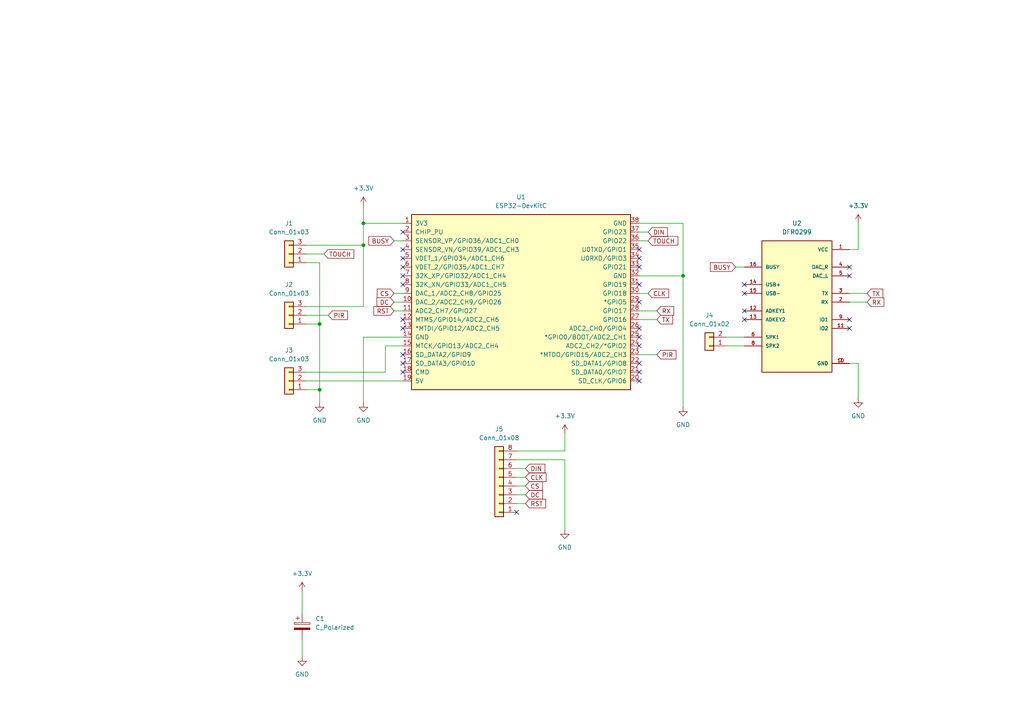
<source format=kicad_sch>
(kicad_sch (version 20211123) (generator eeschema)

  (uuid 6dd2ca5a-143b-4bfe-8d84-1d2591cecfeb)

  (paper "A4")

  (lib_symbols
    (symbol "Connector_Generic:Conn_01x02" (pin_names (offset 1.016) hide) (in_bom yes) (on_board yes)
      (property "Reference" "J" (id 0) (at 0 2.54 0)
        (effects (font (size 1.27 1.27)))
      )
      (property "Value" "Conn_01x02" (id 1) (at 0 -5.08 0)
        (effects (font (size 1.27 1.27)))
      )
      (property "Footprint" "" (id 2) (at 0 0 0)
        (effects (font (size 1.27 1.27)) hide)
      )
      (property "Datasheet" "~" (id 3) (at 0 0 0)
        (effects (font (size 1.27 1.27)) hide)
      )
      (property "ki_keywords" "connector" (id 4) (at 0 0 0)
        (effects (font (size 1.27 1.27)) hide)
      )
      (property "ki_description" "Generic connector, single row, 01x02, script generated (kicad-library-utils/schlib/autogen/connector/)" (id 5) (at 0 0 0)
        (effects (font (size 1.27 1.27)) hide)
      )
      (property "ki_fp_filters" "Connector*:*_1x??_*" (id 6) (at 0 0 0)
        (effects (font (size 1.27 1.27)) hide)
      )
      (symbol "Conn_01x02_1_1"
        (rectangle (start -1.27 -2.413) (end 0 -2.667)
          (stroke (width 0.1524) (type default) (color 0 0 0 0))
          (fill (type none))
        )
        (rectangle (start -1.27 0.127) (end 0 -0.127)
          (stroke (width 0.1524) (type default) (color 0 0 0 0))
          (fill (type none))
        )
        (rectangle (start -1.27 1.27) (end 1.27 -3.81)
          (stroke (width 0.254) (type default) (color 0 0 0 0))
          (fill (type background))
        )
        (pin passive line (at -5.08 0 0) (length 3.81)
          (name "Pin_1" (effects (font (size 1.27 1.27))))
          (number "1" (effects (font (size 1.27 1.27))))
        )
        (pin passive line (at -5.08 -2.54 0) (length 3.81)
          (name "Pin_2" (effects (font (size 1.27 1.27))))
          (number "2" (effects (font (size 1.27 1.27))))
        )
      )
    )
    (symbol "Connector_Generic:Conn_01x03" (pin_names (offset 1.016) hide) (in_bom yes) (on_board yes)
      (property "Reference" "J" (id 0) (at 0 5.08 0)
        (effects (font (size 1.27 1.27)))
      )
      (property "Value" "Conn_01x03" (id 1) (at 0 -5.08 0)
        (effects (font (size 1.27 1.27)))
      )
      (property "Footprint" "" (id 2) (at 0 0 0)
        (effects (font (size 1.27 1.27)) hide)
      )
      (property "Datasheet" "~" (id 3) (at 0 0 0)
        (effects (font (size 1.27 1.27)) hide)
      )
      (property "ki_keywords" "connector" (id 4) (at 0 0 0)
        (effects (font (size 1.27 1.27)) hide)
      )
      (property "ki_description" "Generic connector, single row, 01x03, script generated (kicad-library-utils/schlib/autogen/connector/)" (id 5) (at 0 0 0)
        (effects (font (size 1.27 1.27)) hide)
      )
      (property "ki_fp_filters" "Connector*:*_1x??_*" (id 6) (at 0 0 0)
        (effects (font (size 1.27 1.27)) hide)
      )
      (symbol "Conn_01x03_1_1"
        (rectangle (start -1.27 -2.413) (end 0 -2.667)
          (stroke (width 0.1524) (type default) (color 0 0 0 0))
          (fill (type none))
        )
        (rectangle (start -1.27 0.127) (end 0 -0.127)
          (stroke (width 0.1524) (type default) (color 0 0 0 0))
          (fill (type none))
        )
        (rectangle (start -1.27 2.667) (end 0 2.413)
          (stroke (width 0.1524) (type default) (color 0 0 0 0))
          (fill (type none))
        )
        (rectangle (start -1.27 3.81) (end 1.27 -3.81)
          (stroke (width 0.254) (type default) (color 0 0 0 0))
          (fill (type background))
        )
        (pin passive line (at -5.08 2.54 0) (length 3.81)
          (name "Pin_1" (effects (font (size 1.27 1.27))))
          (number "1" (effects (font (size 1.27 1.27))))
        )
        (pin passive line (at -5.08 0 0) (length 3.81)
          (name "Pin_2" (effects (font (size 1.27 1.27))))
          (number "2" (effects (font (size 1.27 1.27))))
        )
        (pin passive line (at -5.08 -2.54 0) (length 3.81)
          (name "Pin_3" (effects (font (size 1.27 1.27))))
          (number "3" (effects (font (size 1.27 1.27))))
        )
      )
    )
    (symbol "Connector_Generic:Conn_01x08" (pin_names (offset 1.016) hide) (in_bom yes) (on_board yes)
      (property "Reference" "J" (id 0) (at 0 10.16 0)
        (effects (font (size 1.27 1.27)))
      )
      (property "Value" "Conn_01x08" (id 1) (at 0 -12.7 0)
        (effects (font (size 1.27 1.27)))
      )
      (property "Footprint" "" (id 2) (at 0 0 0)
        (effects (font (size 1.27 1.27)) hide)
      )
      (property "Datasheet" "~" (id 3) (at 0 0 0)
        (effects (font (size 1.27 1.27)) hide)
      )
      (property "ki_keywords" "connector" (id 4) (at 0 0 0)
        (effects (font (size 1.27 1.27)) hide)
      )
      (property "ki_description" "Generic connector, single row, 01x08, script generated (kicad-library-utils/schlib/autogen/connector/)" (id 5) (at 0 0 0)
        (effects (font (size 1.27 1.27)) hide)
      )
      (property "ki_fp_filters" "Connector*:*_1x??_*" (id 6) (at 0 0 0)
        (effects (font (size 1.27 1.27)) hide)
      )
      (symbol "Conn_01x08_1_1"
        (rectangle (start -1.27 -10.033) (end 0 -10.287)
          (stroke (width 0.1524) (type default) (color 0 0 0 0))
          (fill (type none))
        )
        (rectangle (start -1.27 -7.493) (end 0 -7.747)
          (stroke (width 0.1524) (type default) (color 0 0 0 0))
          (fill (type none))
        )
        (rectangle (start -1.27 -4.953) (end 0 -5.207)
          (stroke (width 0.1524) (type default) (color 0 0 0 0))
          (fill (type none))
        )
        (rectangle (start -1.27 -2.413) (end 0 -2.667)
          (stroke (width 0.1524) (type default) (color 0 0 0 0))
          (fill (type none))
        )
        (rectangle (start -1.27 0.127) (end 0 -0.127)
          (stroke (width 0.1524) (type default) (color 0 0 0 0))
          (fill (type none))
        )
        (rectangle (start -1.27 2.667) (end 0 2.413)
          (stroke (width 0.1524) (type default) (color 0 0 0 0))
          (fill (type none))
        )
        (rectangle (start -1.27 5.207) (end 0 4.953)
          (stroke (width 0.1524) (type default) (color 0 0 0 0))
          (fill (type none))
        )
        (rectangle (start -1.27 7.747) (end 0 7.493)
          (stroke (width 0.1524) (type default) (color 0 0 0 0))
          (fill (type none))
        )
        (rectangle (start -1.27 8.89) (end 1.27 -11.43)
          (stroke (width 0.254) (type default) (color 0 0 0 0))
          (fill (type background))
        )
        (pin passive line (at -5.08 7.62 0) (length 3.81)
          (name "Pin_1" (effects (font (size 1.27 1.27))))
          (number "1" (effects (font (size 1.27 1.27))))
        )
        (pin passive line (at -5.08 5.08 0) (length 3.81)
          (name "Pin_2" (effects (font (size 1.27 1.27))))
          (number "2" (effects (font (size 1.27 1.27))))
        )
        (pin passive line (at -5.08 2.54 0) (length 3.81)
          (name "Pin_3" (effects (font (size 1.27 1.27))))
          (number "3" (effects (font (size 1.27 1.27))))
        )
        (pin passive line (at -5.08 0 0) (length 3.81)
          (name "Pin_4" (effects (font (size 1.27 1.27))))
          (number "4" (effects (font (size 1.27 1.27))))
        )
        (pin passive line (at -5.08 -2.54 0) (length 3.81)
          (name "Pin_5" (effects (font (size 1.27 1.27))))
          (number "5" (effects (font (size 1.27 1.27))))
        )
        (pin passive line (at -5.08 -5.08 0) (length 3.81)
          (name "Pin_6" (effects (font (size 1.27 1.27))))
          (number "6" (effects (font (size 1.27 1.27))))
        )
        (pin passive line (at -5.08 -7.62 0) (length 3.81)
          (name "Pin_7" (effects (font (size 1.27 1.27))))
          (number "7" (effects (font (size 1.27 1.27))))
        )
        (pin passive line (at -5.08 -10.16 0) (length 3.81)
          (name "Pin_8" (effects (font (size 1.27 1.27))))
          (number "8" (effects (font (size 1.27 1.27))))
        )
      )
    )
    (symbol "DFR0299:DFR0299" (pin_names (offset 1.016)) (in_bom yes) (on_board yes)
      (property "Reference" "U" (id 0) (at -10.16 18.542 0)
        (effects (font (size 1.27 1.27)) (justify left bottom))
      )
      (property "Value" "DFR0299" (id 1) (at -10.16 -22.86 0)
        (effects (font (size 1.27 1.27)) (justify left bottom))
      )
      (property "Footprint" "MODULE_DFR0299" (id 2) (at 0 0 0)
        (effects (font (size 1.27 1.27)) (justify bottom) hide)
      )
      (property "Datasheet" "" (id 3) (at 0 0 0)
        (effects (font (size 1.27 1.27)) hide)
      )
      (property "PRICE" "None" (id 4) (at 0 0 0)
        (effects (font (size 1.27 1.27)) (justify bottom) hide)
      )
      (property "MP" "DFR0299" (id 5) (at 0 0 0)
        (effects (font (size 1.27 1.27)) (justify bottom) hide)
      )
      (property "AVAILABILITY" "Unavailable" (id 6) (at 0 0 0)
        (effects (font (size 1.27 1.27)) (justify bottom) hide)
      )
      (property "PACKAGE" "None" (id 7) (at 0 0 0)
        (effects (font (size 1.27 1.27)) (justify bottom) hide)
      )
      (property "MF" "DFRobot" (id 8) (at 0 0 0)
        (effects (font (size 1.27 1.27)) (justify bottom) hide)
      )
      (property "DESCRIPTION" "Dfplayer - a Mini Mp3 Player" (id 9) (at 0 0 0)
        (effects (font (size 1.27 1.27)) (justify bottom) hide)
      )
      (symbol "DFR0299_0_0"
        (rectangle (start -10.16 -20.32) (end 10.16 17.78)
          (stroke (width 0.254) (type default) (color 0 0 0 0))
          (fill (type background))
        )
        (pin power_in line (at 15.24 15.24 180) (length 5.08)
          (name "VCC" (effects (font (size 1.016 1.016))))
          (number "1" (effects (font (size 1.016 1.016))))
        )
        (pin power_in line (at 15.24 -17.78 180) (length 5.08)
          (name "GND" (effects (font (size 1.016 1.016))))
          (number "10" (effects (font (size 1.016 1.016))))
        )
        (pin bidirectional line (at 15.24 -7.62 180) (length 5.08)
          (name "IO2" (effects (font (size 1.016 1.016))))
          (number "11" (effects (font (size 1.016 1.016))))
        )
        (pin input line (at -15.24 -2.54 0) (length 5.08)
          (name "ADKEY1" (effects (font (size 1.016 1.016))))
          (number "12" (effects (font (size 1.016 1.016))))
        )
        (pin input line (at -15.24 -5.08 0) (length 5.08)
          (name "ADKEY2" (effects (font (size 1.016 1.016))))
          (number "13" (effects (font (size 1.016 1.016))))
        )
        (pin input line (at -15.24 5.08 0) (length 5.08)
          (name "USB+" (effects (font (size 1.016 1.016))))
          (number "14" (effects (font (size 1.016 1.016))))
        )
        (pin input line (at -15.24 2.54 0) (length 5.08)
          (name "USB-" (effects (font (size 1.016 1.016))))
          (number "15" (effects (font (size 1.016 1.016))))
        )
        (pin input line (at -15.24 10.16 0) (length 5.08)
          (name "BUSY" (effects (font (size 1.016 1.016))))
          (number "16" (effects (font (size 1.016 1.016))))
        )
        (pin input line (at 15.24 0 180) (length 5.08)
          (name "RX" (effects (font (size 1.016 1.016))))
          (number "2" (effects (font (size 1.016 1.016))))
        )
        (pin output line (at 15.24 2.54 180) (length 5.08)
          (name "TX" (effects (font (size 1.016 1.016))))
          (number "3" (effects (font (size 1.016 1.016))))
        )
        (pin output line (at 15.24 10.16 180) (length 5.08)
          (name "DAC_R" (effects (font (size 1.016 1.016))))
          (number "4" (effects (font (size 1.016 1.016))))
        )
        (pin output line (at 15.24 7.62 180) (length 5.08)
          (name "DAC_L" (effects (font (size 1.016 1.016))))
          (number "5" (effects (font (size 1.016 1.016))))
        )
        (pin passive line (at -15.24 -10.16 0) (length 5.08)
          (name "SPK1" (effects (font (size 1.016 1.016))))
          (number "6" (effects (font (size 1.016 1.016))))
        )
        (pin power_in line (at 15.24 -17.78 180) (length 5.08)
          (name "GND" (effects (font (size 1.016 1.016))))
          (number "7" (effects (font (size 1.016 1.016))))
        )
        (pin passive line (at -15.24 -12.7 0) (length 5.08)
          (name "SPK2" (effects (font (size 1.016 1.016))))
          (number "8" (effects (font (size 1.016 1.016))))
        )
        (pin bidirectional line (at 15.24 -5.08 180) (length 5.08)
          (name "IO1" (effects (font (size 1.016 1.016))))
          (number "9" (effects (font (size 1.016 1.016))))
        )
      )
    )
    (symbol "Device:C_Polarized" (pin_numbers hide) (pin_names (offset 0.254)) (in_bom yes) (on_board yes)
      (property "Reference" "C" (id 0) (at 0.635 2.54 0)
        (effects (font (size 1.27 1.27)) (justify left))
      )
      (property "Value" "C_Polarized" (id 1) (at 0.635 -2.54 0)
        (effects (font (size 1.27 1.27)) (justify left))
      )
      (property "Footprint" "" (id 2) (at 0.9652 -3.81 0)
        (effects (font (size 1.27 1.27)) hide)
      )
      (property "Datasheet" "~" (id 3) (at 0 0 0)
        (effects (font (size 1.27 1.27)) hide)
      )
      (property "ki_keywords" "cap capacitor" (id 4) (at 0 0 0)
        (effects (font (size 1.27 1.27)) hide)
      )
      (property "ki_description" "Polarized capacitor" (id 5) (at 0 0 0)
        (effects (font (size 1.27 1.27)) hide)
      )
      (property "ki_fp_filters" "CP_*" (id 6) (at 0 0 0)
        (effects (font (size 1.27 1.27)) hide)
      )
      (symbol "C_Polarized_0_1"
        (rectangle (start -2.286 0.508) (end 2.286 1.016)
          (stroke (width 0) (type default) (color 0 0 0 0))
          (fill (type none))
        )
        (polyline
          (pts
            (xy -1.778 2.286)
            (xy -0.762 2.286)
          )
          (stroke (width 0) (type default) (color 0 0 0 0))
          (fill (type none))
        )
        (polyline
          (pts
            (xy -1.27 2.794)
            (xy -1.27 1.778)
          )
          (stroke (width 0) (type default) (color 0 0 0 0))
          (fill (type none))
        )
        (rectangle (start 2.286 -0.508) (end -2.286 -1.016)
          (stroke (width 0) (type default) (color 0 0 0 0))
          (fill (type outline))
        )
      )
      (symbol "C_Polarized_1_1"
        (pin passive line (at 0 3.81 270) (length 2.794)
          (name "~" (effects (font (size 1.27 1.27))))
          (number "1" (effects (font (size 1.27 1.27))))
        )
        (pin passive line (at 0 -3.81 90) (length 2.794)
          (name "~" (effects (font (size 1.27 1.27))))
          (number "2" (effects (font (size 1.27 1.27))))
        )
      )
    )
    (symbol "Espressif:ESP32-DevKitC" (pin_names (offset 1.016)) (in_bom yes) (on_board yes)
      (property "Reference" "U" (id 0) (at -30.48 30.48 0)
        (effects (font (size 1.27 1.27)) (justify left))
      )
      (property "Value" "ESP32-DevKitC" (id 1) (at -30.48 27.94 0)
        (effects (font (size 1.27 1.27)) (justify left))
      )
      (property "Footprint" "Espressif:ESP32-DevKitC" (id 2) (at 0 -27.94 0)
        (effects (font (size 1.27 1.27)) hide)
      )
      (property "Datasheet" "https://docs.espressif.com/projects/esp-idf/zh_CN/latest/esp32/hw-reference/esp32/get-started-devkitc.html" (id 3) (at 0 -30.48 0)
        (effects (font (size 1.27 1.27)) hide)
      )
      (property "ki_keywords" "ESP32" (id 4) (at 0 0 0)
        (effects (font (size 1.27 1.27)) hide)
      )
      (property "ki_description" "Development Kit" (id 5) (at 0 0 0)
        (effects (font (size 1.27 1.27)) hide)
      )
      (symbol "ESP32-DevKitC_0_0"
        (pin power_in line (at -33.02 -10.16 0) (length 2.54)
          (name "GND" (effects (font (size 1.27 1.27))))
          (number "14" (effects (font (size 1.27 1.27))))
        )
        (pin power_in line (at -33.02 -22.86 0) (length 2.54)
          (name "5V" (effects (font (size 1.27 1.27))))
          (number "19" (effects (font (size 1.27 1.27))))
        )
      )
      (symbol "ESP32-DevKitC_0_1"
        (rectangle (start -30.48 25.4) (end 33.02 -25.4)
          (stroke (width 0.254) (type default) (color 0 0 0 0))
          (fill (type background))
        )
      )
      (symbol "ESP32-DevKitC_1_1"
        (pin power_in line (at -33.02 22.86 0) (length 2.54)
          (name "3V3" (effects (font (size 1.27 1.27))))
          (number "1" (effects (font (size 1.27 1.27))))
        )
        (pin bidirectional line (at -33.02 0 0) (length 2.54)
          (name "DAC_2/ADC2_CH9/GPIO26" (effects (font (size 1.27 1.27))))
          (number "10" (effects (font (size 1.27 1.27))))
        )
        (pin bidirectional line (at -33.02 -2.54 0) (length 2.54)
          (name "ADC2_CH7/GPIO27" (effects (font (size 1.27 1.27))))
          (number "11" (effects (font (size 1.27 1.27))))
        )
        (pin bidirectional line (at -33.02 -5.08 0) (length 2.54)
          (name "MTMS/GPIO14/ADC2_CH6" (effects (font (size 1.27 1.27))))
          (number "12" (effects (font (size 1.27 1.27))))
        )
        (pin bidirectional line (at -33.02 -7.62 0) (length 2.54)
          (name "*MTDI/GPIO12/ADC2_CH5" (effects (font (size 1.27 1.27))))
          (number "13" (effects (font (size 1.27 1.27))))
        )
        (pin bidirectional line (at -33.02 -12.7 0) (length 2.54)
          (name "MTCK/GPIO13/ADC2_CH4" (effects (font (size 1.27 1.27))))
          (number "15" (effects (font (size 1.27 1.27))))
        )
        (pin bidirectional line (at -33.02 -15.24 0) (length 2.54)
          (name "SD_DATA2/GPIO9" (effects (font (size 1.27 1.27))))
          (number "16" (effects (font (size 1.27 1.27))))
        )
        (pin bidirectional line (at -33.02 -17.78 0) (length 2.54)
          (name "SD_DATA3/GPIO10" (effects (font (size 1.27 1.27))))
          (number "17" (effects (font (size 1.27 1.27))))
        )
        (pin bidirectional line (at -33.02 -20.32 0) (length 2.54)
          (name "CMD" (effects (font (size 1.27 1.27))))
          (number "18" (effects (font (size 1.27 1.27))))
        )
        (pin input line (at -33.02 20.32 0) (length 2.54)
          (name "CHIP_PU" (effects (font (size 1.27 1.27))))
          (number "2" (effects (font (size 1.27 1.27))))
        )
        (pin bidirectional line (at 35.56 -22.86 180) (length 2.54)
          (name "SD_CLK/GPIO6" (effects (font (size 1.27 1.27))))
          (number "20" (effects (font (size 1.27 1.27))))
        )
        (pin bidirectional line (at 35.56 -20.32 180) (length 2.54)
          (name "SD_DATA0/GPIO7" (effects (font (size 1.27 1.27))))
          (number "21" (effects (font (size 1.27 1.27))))
        )
        (pin bidirectional line (at 35.56 -17.78 180) (length 2.54)
          (name "SD_DATA1/GPIO8" (effects (font (size 1.27 1.27))))
          (number "22" (effects (font (size 1.27 1.27))))
        )
        (pin bidirectional line (at 35.56 -15.24 180) (length 2.54)
          (name "*MTDO/GPIO15/ADC2_CH3" (effects (font (size 1.27 1.27))))
          (number "23" (effects (font (size 1.27 1.27))))
        )
        (pin bidirectional line (at 35.56 -12.7 180) (length 2.54)
          (name "ADC2_CH2/*GPIO2" (effects (font (size 1.27 1.27))))
          (number "24" (effects (font (size 1.27 1.27))))
        )
        (pin bidirectional line (at 35.56 -10.16 180) (length 2.54)
          (name "*GPIO0/BOOT/ADC2_CH1" (effects (font (size 1.27 1.27))))
          (number "25" (effects (font (size 1.27 1.27))))
        )
        (pin bidirectional line (at 35.56 -7.62 180) (length 2.54)
          (name "ADC2_CH0/GPIO4" (effects (font (size 1.27 1.27))))
          (number "26" (effects (font (size 1.27 1.27))))
        )
        (pin bidirectional line (at 35.56 -5.08 180) (length 2.54)
          (name "GPIO16" (effects (font (size 1.27 1.27))))
          (number "27" (effects (font (size 1.27 1.27))))
        )
        (pin bidirectional line (at 35.56 -2.54 180) (length 2.54)
          (name "GPIO17" (effects (font (size 1.27 1.27))))
          (number "28" (effects (font (size 1.27 1.27))))
        )
        (pin bidirectional line (at 35.56 0 180) (length 2.54)
          (name "*GPIO5" (effects (font (size 1.27 1.27))))
          (number "29" (effects (font (size 1.27 1.27))))
        )
        (pin input line (at -33.02 17.78 0) (length 2.54)
          (name "SENSOR_VP/GPIO36/ADC1_CH0" (effects (font (size 1.27 1.27))))
          (number "3" (effects (font (size 1.27 1.27))))
        )
        (pin bidirectional line (at 35.56 2.54 180) (length 2.54)
          (name "GPIO18" (effects (font (size 1.27 1.27))))
          (number "30" (effects (font (size 1.27 1.27))))
        )
        (pin bidirectional line (at 35.56 5.08 180) (length 2.54)
          (name "GPIO19" (effects (font (size 1.27 1.27))))
          (number "31" (effects (font (size 1.27 1.27))))
        )
        (pin power_in line (at 35.56 7.62 180) (length 2.54)
          (name "GND" (effects (font (size 1.27 1.27))))
          (number "32" (effects (font (size 1.27 1.27))))
        )
        (pin bidirectional line (at 35.56 10.16 180) (length 2.54)
          (name "GPIO21" (effects (font (size 1.27 1.27))))
          (number "33" (effects (font (size 1.27 1.27))))
        )
        (pin bidirectional line (at 35.56 12.7 180) (length 2.54)
          (name "U0RXD/GPIO3" (effects (font (size 1.27 1.27))))
          (number "34" (effects (font (size 1.27 1.27))))
        )
        (pin bidirectional line (at 35.56 15.24 180) (length 2.54)
          (name "U0TXD/GPIO1" (effects (font (size 1.27 1.27))))
          (number "35" (effects (font (size 1.27 1.27))))
        )
        (pin bidirectional line (at 35.56 17.78 180) (length 2.54)
          (name "GPIO22" (effects (font (size 1.27 1.27))))
          (number "36" (effects (font (size 1.27 1.27))))
        )
        (pin bidirectional line (at 35.56 20.32 180) (length 2.54)
          (name "GPIO23" (effects (font (size 1.27 1.27))))
          (number "37" (effects (font (size 1.27 1.27))))
        )
        (pin power_in line (at 35.56 22.86 180) (length 2.54)
          (name "GND" (effects (font (size 1.27 1.27))))
          (number "38" (effects (font (size 1.27 1.27))))
        )
        (pin input line (at -33.02 15.24 0) (length 2.54)
          (name "SENSOR_VN/GPIO39/ADC1_CH3" (effects (font (size 1.27 1.27))))
          (number "4" (effects (font (size 1.27 1.27))))
        )
        (pin input line (at -33.02 12.7 0) (length 2.54)
          (name "VDET_1/GPIO34/ADC1_CH6" (effects (font (size 1.27 1.27))))
          (number "5" (effects (font (size 1.27 1.27))))
        )
        (pin input line (at -33.02 10.16 0) (length 2.54)
          (name "VDET_2/GPIO35/ADC1_CH7" (effects (font (size 1.27 1.27))))
          (number "6" (effects (font (size 1.27 1.27))))
        )
        (pin bidirectional line (at -33.02 7.62 0) (length 2.54)
          (name "32K_XP/GPIO32/ADC1_CH4" (effects (font (size 1.27 1.27))))
          (number "7" (effects (font (size 1.27 1.27))))
        )
        (pin bidirectional line (at -33.02 5.08 0) (length 2.54)
          (name "32K_XN/GPIO33/ADC1_CH5" (effects (font (size 1.27 1.27))))
          (number "8" (effects (font (size 1.27 1.27))))
        )
        (pin bidirectional line (at -33.02 2.54 0) (length 2.54)
          (name "DAC_1/ADC2_CH8/GPIO25" (effects (font (size 1.27 1.27))))
          (number "9" (effects (font (size 1.27 1.27))))
        )
      )
    )
    (symbol "power:+3.3V" (power) (pin_names (offset 0)) (in_bom yes) (on_board yes)
      (property "Reference" "#PWR" (id 0) (at 0 -3.81 0)
        (effects (font (size 1.27 1.27)) hide)
      )
      (property "Value" "+3.3V" (id 1) (at 0 3.556 0)
        (effects (font (size 1.27 1.27)))
      )
      (property "Footprint" "" (id 2) (at 0 0 0)
        (effects (font (size 1.27 1.27)) hide)
      )
      (property "Datasheet" "" (id 3) (at 0 0 0)
        (effects (font (size 1.27 1.27)) hide)
      )
      (property "ki_keywords" "power-flag" (id 4) (at 0 0 0)
        (effects (font (size 1.27 1.27)) hide)
      )
      (property "ki_description" "Power symbol creates a global label with name \"+3.3V\"" (id 5) (at 0 0 0)
        (effects (font (size 1.27 1.27)) hide)
      )
      (symbol "+3.3V_0_1"
        (polyline
          (pts
            (xy -0.762 1.27)
            (xy 0 2.54)
          )
          (stroke (width 0) (type default) (color 0 0 0 0))
          (fill (type none))
        )
        (polyline
          (pts
            (xy 0 0)
            (xy 0 2.54)
          )
          (stroke (width 0) (type default) (color 0 0 0 0))
          (fill (type none))
        )
        (polyline
          (pts
            (xy 0 2.54)
            (xy 0.762 1.27)
          )
          (stroke (width 0) (type default) (color 0 0 0 0))
          (fill (type none))
        )
      )
      (symbol "+3.3V_1_1"
        (pin power_in line (at 0 0 90) (length 0) hide
          (name "+3.3V" (effects (font (size 1.27 1.27))))
          (number "1" (effects (font (size 1.27 1.27))))
        )
      )
    )
    (symbol "power:GND" (power) (pin_names (offset 0)) (in_bom yes) (on_board yes)
      (property "Reference" "#PWR" (id 0) (at 0 -6.35 0)
        (effects (font (size 1.27 1.27)) hide)
      )
      (property "Value" "GND" (id 1) (at 0 -3.81 0)
        (effects (font (size 1.27 1.27)))
      )
      (property "Footprint" "" (id 2) (at 0 0 0)
        (effects (font (size 1.27 1.27)) hide)
      )
      (property "Datasheet" "" (id 3) (at 0 0 0)
        (effects (font (size 1.27 1.27)) hide)
      )
      (property "ki_keywords" "power-flag" (id 4) (at 0 0 0)
        (effects (font (size 1.27 1.27)) hide)
      )
      (property "ki_description" "Power symbol creates a global label with name \"GND\" , ground" (id 5) (at 0 0 0)
        (effects (font (size 1.27 1.27)) hide)
      )
      (symbol "GND_0_1"
        (polyline
          (pts
            (xy 0 0)
            (xy 0 -1.27)
            (xy 1.27 -1.27)
            (xy 0 -2.54)
            (xy -1.27 -1.27)
            (xy 0 -1.27)
          )
          (stroke (width 0) (type default) (color 0 0 0 0))
          (fill (type none))
        )
      )
      (symbol "GND_1_1"
        (pin power_in line (at 0 0 270) (length 0) hide
          (name "GND" (effects (font (size 1.27 1.27))))
          (number "1" (effects (font (size 1.27 1.27))))
        )
      )
    )
  )

  (junction (at 92.71 113.03) (diameter 0) (color 0 0 0 0)
    (uuid 179f7c1a-147f-41d0-8679-9eb51514bf64)
  )
  (junction (at 92.71 93.98) (diameter 0) (color 0 0 0 0)
    (uuid 2a26b2de-2a20-45fc-abc3-59e2fc0b01a2)
  )
  (junction (at 105.41 71.12) (diameter 0) (color 0 0 0 0)
    (uuid 2ecdf72f-9604-478b-b07a-e7cc2fbe177f)
  )
  (junction (at 105.41 64.77) (diameter 0) (color 0 0 0 0)
    (uuid 41007dba-bdb4-4b44-8a6f-b56cba8d9c85)
  )
  (junction (at 198.12 80.01) (diameter 0) (color 0 0 0 0)
    (uuid b61d3370-0512-466c-a076-2c40dfa4e247)
  )

  (no_connect (at 185.42 110.49) (uuid 2ef9db13-d7cd-48bb-92c8-f6069793bfd1))
  (no_connect (at 185.42 72.39) (uuid 2ef9db13-d7cd-48bb-92c8-f6069793bfd3))
  (no_connect (at 185.42 74.93) (uuid 2ef9db13-d7cd-48bb-92c8-f6069793bfd4))
  (no_connect (at 185.42 77.47) (uuid 2ef9db13-d7cd-48bb-92c8-f6069793bfd5))
  (no_connect (at 185.42 82.55) (uuid 2ef9db13-d7cd-48bb-92c8-f6069793bfd6))
  (no_connect (at 185.42 87.63) (uuid 2ef9db13-d7cd-48bb-92c8-f6069793bfd8))
  (no_connect (at 185.42 95.25) (uuid 2ef9db13-d7cd-48bb-92c8-f6069793bfd9))
  (no_connect (at 116.84 82.55) (uuid 2ef9db13-d7cd-48bb-92c8-f6069793bfda))
  (no_connect (at 116.84 92.71) (uuid 2ef9db13-d7cd-48bb-92c8-f6069793bfde))
  (no_connect (at 116.84 95.25) (uuid 2ef9db13-d7cd-48bb-92c8-f6069793bfdf))
  (no_connect (at 116.84 74.93) (uuid 2ef9db13-d7cd-48bb-92c8-f6069793bfe0))
  (no_connect (at 116.84 77.47) (uuid 2ef9db13-d7cd-48bb-92c8-f6069793bfe1))
  (no_connect (at 116.84 67.31) (uuid 2ef9db13-d7cd-48bb-92c8-f6069793bfe3))
  (no_connect (at 116.84 72.39) (uuid 2ef9db13-d7cd-48bb-92c8-f6069793bfe4))
  (no_connect (at 116.84 102.87) (uuid 2ef9db13-d7cd-48bb-92c8-f6069793bfe5))
  (no_connect (at 116.84 105.41) (uuid 2ef9db13-d7cd-48bb-92c8-f6069793bfe6))
  (no_connect (at 116.84 107.95) (uuid 2ef9db13-d7cd-48bb-92c8-f6069793bfe7))
  (no_connect (at 185.42 97.79) (uuid 2ef9db13-d7cd-48bb-92c8-f6069793bfe8))
  (no_connect (at 185.42 100.33) (uuid 2ef9db13-d7cd-48bb-92c8-f6069793bfe9))
  (no_connect (at 185.42 105.41) (uuid 2ef9db13-d7cd-48bb-92c8-f6069793bfea))
  (no_connect (at 185.42 107.95) (uuid 2ef9db13-d7cd-48bb-92c8-f6069793bfeb))
  (no_connect (at 246.38 92.71) (uuid 825b0d87-bc23-4377-a8bb-91b0edbc6768))
  (no_connect (at 246.38 95.25) (uuid 825b0d87-bc23-4377-a8bb-91b0edbc6769))
  (no_connect (at 215.9 90.17) (uuid 825b0d87-bc23-4377-a8bb-91b0edbc676a))
  (no_connect (at 215.9 92.71) (uuid 825b0d87-bc23-4377-a8bb-91b0edbc676b))
  (no_connect (at 215.9 85.09) (uuid 825b0d87-bc23-4377-a8bb-91b0edbc676c))
  (no_connect (at 215.9 82.55) (uuid 825b0d87-bc23-4377-a8bb-91b0edbc676d))
  (no_connect (at 246.38 80.01) (uuid 825b0d87-bc23-4377-a8bb-91b0edbc676e))
  (no_connect (at 246.38 77.47) (uuid 825b0d87-bc23-4377-a8bb-91b0edbc676f))
  (no_connect (at 149.86 148.59) (uuid 863cfc0f-08a1-477a-9c14-4f9ca01a54db))
  (no_connect (at 116.84 80.01) (uuid c2b1d774-ea33-4e49-99bc-47ab23a601f8))

  (wire (pts (xy 114.3 69.85) (xy 116.84 69.85))
    (stroke (width 0) (type default) (color 0 0 0 0))
    (uuid 0678b189-7a26-4aa8-8d2c-3b0a8560fdde)
  )
  (wire (pts (xy 149.86 138.43) (xy 152.4 138.43))
    (stroke (width 0) (type default) (color 0 0 0 0))
    (uuid 0c8583fe-eca6-4e33-9b2f-fe4303ab8a18)
  )
  (wire (pts (xy 149.86 135.89) (xy 152.4 135.89))
    (stroke (width 0) (type default) (color 0 0 0 0))
    (uuid 0f35e6cd-a08b-4a79-88c3-6d5a23fac262)
  )
  (wire (pts (xy 163.83 130.81) (xy 163.83 125.73))
    (stroke (width 0) (type default) (color 0 0 0 0))
    (uuid 0fd6ad33-db1b-4d7f-b6cc-40ce5f6a864a)
  )
  (wire (pts (xy 246.38 85.09) (xy 251.46 85.09))
    (stroke (width 0) (type default) (color 0 0 0 0))
    (uuid 11c0f24b-66ac-4dab-8186-5155b904de37)
  )
  (wire (pts (xy 149.86 143.51) (xy 152.4 143.51))
    (stroke (width 0) (type default) (color 0 0 0 0))
    (uuid 13770916-3837-49fa-97f8-ca5f9074d7a6)
  )
  (wire (pts (xy 88.9 91.44) (xy 95.25 91.44))
    (stroke (width 0) (type default) (color 0 0 0 0))
    (uuid 13d107a4-892c-4584-a2d4-e208a0048a63)
  )
  (wire (pts (xy 87.63 185.42) (xy 87.63 190.5))
    (stroke (width 0) (type default) (color 0 0 0 0))
    (uuid 20bf4311-b0bd-4f3d-9124-5b5a3440119b)
  )
  (wire (pts (xy 88.9 73.66) (xy 93.98 73.66))
    (stroke (width 0) (type default) (color 0 0 0 0))
    (uuid 21d9c173-d577-4b50-9eaf-be00a1b34580)
  )
  (wire (pts (xy 105.41 97.79) (xy 116.84 97.79))
    (stroke (width 0) (type default) (color 0 0 0 0))
    (uuid 26401768-cd5a-4dca-865b-4ab441a86c61)
  )
  (wire (pts (xy 185.42 102.87) (xy 190.5 102.87))
    (stroke (width 0) (type default) (color 0 0 0 0))
    (uuid 274af2d2-d963-4520-a26f-204154850bf8)
  )
  (wire (pts (xy 88.9 93.98) (xy 92.71 93.98))
    (stroke (width 0) (type default) (color 0 0 0 0))
    (uuid 2bbc57e8-3fb6-4d36-b00f-3ad3134e24a9)
  )
  (wire (pts (xy 114.3 85.09) (xy 116.84 85.09))
    (stroke (width 0) (type default) (color 0 0 0 0))
    (uuid 2c1ec825-360d-4d0a-b80f-33e72de3df21)
  )
  (wire (pts (xy 210.82 100.33) (xy 215.9 100.33))
    (stroke (width 0) (type default) (color 0 0 0 0))
    (uuid 2e1b9b6c-6d74-448f-a6ab-b263d0ed7648)
  )
  (wire (pts (xy 149.86 140.97) (xy 152.4 140.97))
    (stroke (width 0) (type default) (color 0 0 0 0))
    (uuid 391228cf-3f95-4b04-a8ea-342382fa1e8c)
  )
  (wire (pts (xy 185.42 64.77) (xy 198.12 64.77))
    (stroke (width 0) (type default) (color 0 0 0 0))
    (uuid 39ab29d8-b276-419c-a3cf-5c22504bfded)
  )
  (wire (pts (xy 105.41 71.12) (xy 105.41 64.77))
    (stroke (width 0) (type default) (color 0 0 0 0))
    (uuid 46f43e5b-00fc-483e-b994-c749a7537d25)
  )
  (wire (pts (xy 88.9 76.2) (xy 92.71 76.2))
    (stroke (width 0) (type default) (color 0 0 0 0))
    (uuid 49653b1c-0f5f-493c-9374-ac15d18e8229)
  )
  (wire (pts (xy 248.92 105.41) (xy 248.92 115.57))
    (stroke (width 0) (type default) (color 0 0 0 0))
    (uuid 4ae5bff8-c5fd-42f3-b735-db2ca2cfdb71)
  )
  (wire (pts (xy 92.71 76.2) (xy 92.71 93.98))
    (stroke (width 0) (type default) (color 0 0 0 0))
    (uuid 4f20e595-5b5b-49d2-8309-9907f2561153)
  )
  (wire (pts (xy 210.82 97.79) (xy 215.9 97.79))
    (stroke (width 0) (type default) (color 0 0 0 0))
    (uuid 4fa0099c-a792-4cd5-8bc8-4bb3b38e0001)
  )
  (wire (pts (xy 185.42 67.31) (xy 187.96 67.31))
    (stroke (width 0) (type default) (color 0 0 0 0))
    (uuid 52dbd296-55d5-4ef8-a32d-27334fce06b0)
  )
  (wire (pts (xy 185.42 80.01) (xy 198.12 80.01))
    (stroke (width 0) (type default) (color 0 0 0 0))
    (uuid 548e6f5d-49da-4acc-971e-e5495a4459fc)
  )
  (wire (pts (xy 246.38 87.63) (xy 251.46 87.63))
    (stroke (width 0) (type default) (color 0 0 0 0))
    (uuid 5b5a9291-a228-486d-ba88-54049b9a319b)
  )
  (wire (pts (xy 185.42 85.09) (xy 187.96 85.09))
    (stroke (width 0) (type default) (color 0 0 0 0))
    (uuid 5d4f6a24-c071-464f-9c62-0a7a3c322875)
  )
  (wire (pts (xy 92.71 93.98) (xy 92.71 113.03))
    (stroke (width 0) (type default) (color 0 0 0 0))
    (uuid 66b6e067-7836-4062-8481-8808f8f29724)
  )
  (wire (pts (xy 185.42 92.71) (xy 190.5 92.71))
    (stroke (width 0) (type default) (color 0 0 0 0))
    (uuid 683e23c9-28fd-46cf-9e2b-e25d04ef6f71)
  )
  (wire (pts (xy 87.63 171.45) (xy 87.63 177.8))
    (stroke (width 0) (type default) (color 0 0 0 0))
    (uuid 68a6d65a-aebf-4e7d-a578-855a168ec430)
  )
  (wire (pts (xy 88.9 107.95) (xy 111.76 107.95))
    (stroke (width 0) (type default) (color 0 0 0 0))
    (uuid 6e677ff3-0e59-4fb3-b535-45ab44270a0f)
  )
  (wire (pts (xy 105.41 88.9) (xy 105.41 71.12))
    (stroke (width 0) (type default) (color 0 0 0 0))
    (uuid 7ec9b7d3-589d-48a6-a094-0879371f4015)
  )
  (wire (pts (xy 114.3 87.63) (xy 116.84 87.63))
    (stroke (width 0) (type default) (color 0 0 0 0))
    (uuid 829bd598-7413-4350-afbb-be19f386bf5c)
  )
  (wire (pts (xy 163.83 133.35) (xy 163.83 153.67))
    (stroke (width 0) (type default) (color 0 0 0 0))
    (uuid 919f9d53-a0f5-4149-a98e-ef6439f614eb)
  )
  (wire (pts (xy 114.3 90.17) (xy 116.84 90.17))
    (stroke (width 0) (type default) (color 0 0 0 0))
    (uuid 94a501d7-a597-42cc-acf9-d72479af2746)
  )
  (wire (pts (xy 105.41 64.77) (xy 116.84 64.77))
    (stroke (width 0) (type default) (color 0 0 0 0))
    (uuid 955014bb-81a3-48f5-98d0-38a9988051f2)
  )
  (wire (pts (xy 198.12 80.01) (xy 198.12 118.11))
    (stroke (width 0) (type default) (color 0 0 0 0))
    (uuid 957ed6cf-63c6-45e1-80d5-b824525e8c19)
  )
  (wire (pts (xy 88.9 88.9) (xy 105.41 88.9))
    (stroke (width 0) (type default) (color 0 0 0 0))
    (uuid 9d0e64c0-15e6-405d-9ca7-2a9cc25e2239)
  )
  (wire (pts (xy 105.41 116.84) (xy 105.41 97.79))
    (stroke (width 0) (type default) (color 0 0 0 0))
    (uuid abe31e4d-7708-44b2-8015-195f381ddda6)
  )
  (wire (pts (xy 185.42 69.85) (xy 187.96 69.85))
    (stroke (width 0) (type default) (color 0 0 0 0))
    (uuid accd3ebf-23bf-497e-97ce-1ff352182df4)
  )
  (wire (pts (xy 88.9 71.12) (xy 105.41 71.12))
    (stroke (width 0) (type default) (color 0 0 0 0))
    (uuid acf22100-2119-4221-a559-0977ca2a3308)
  )
  (wire (pts (xy 185.42 90.17) (xy 190.5 90.17))
    (stroke (width 0) (type default) (color 0 0 0 0))
    (uuid afd8bfab-ae5f-4b05-a6ec-2b37f96120be)
  )
  (wire (pts (xy 246.38 105.41) (xy 248.92 105.41))
    (stroke (width 0) (type default) (color 0 0 0 0))
    (uuid b264df4c-70dc-41b0-95dd-0c9986909ae3)
  )
  (wire (pts (xy 88.9 110.49) (xy 116.84 110.49))
    (stroke (width 0) (type default) (color 0 0 0 0))
    (uuid ba0f4c44-b618-468d-8a7b-c77303ac6c6b)
  )
  (wire (pts (xy 198.12 64.77) (xy 198.12 80.01))
    (stroke (width 0) (type default) (color 0 0 0 0))
    (uuid bb38d1af-a67e-4985-8b06-a31b14878391)
  )
  (wire (pts (xy 105.41 59.69) (xy 105.41 64.77))
    (stroke (width 0) (type default) (color 0 0 0 0))
    (uuid c21fb9d7-b34e-4663-94f4-6d91f4cb4714)
  )
  (wire (pts (xy 248.92 72.39) (xy 248.92 64.77))
    (stroke (width 0) (type default) (color 0 0 0 0))
    (uuid c2fd2d2d-8f96-4f21-963c-02117761b5f2)
  )
  (wire (pts (xy 149.86 130.81) (xy 163.83 130.81))
    (stroke (width 0) (type default) (color 0 0 0 0))
    (uuid c8b0a9a4-e13f-4283-a28c-3a1f809a2502)
  )
  (wire (pts (xy 246.38 72.39) (xy 248.92 72.39))
    (stroke (width 0) (type default) (color 0 0 0 0))
    (uuid c9a3621f-3e65-44e7-b38e-bd061f353833)
  )
  (wire (pts (xy 149.86 133.35) (xy 163.83 133.35))
    (stroke (width 0) (type default) (color 0 0 0 0))
    (uuid cfdf59c8-aa0f-40a9-b5d0-e2a830f6590a)
  )
  (wire (pts (xy 111.76 100.33) (xy 116.84 100.33))
    (stroke (width 0) (type default) (color 0 0 0 0))
    (uuid d9c5598d-8010-4954-ac40-6801ed9290ff)
  )
  (wire (pts (xy 149.86 146.05) (xy 152.4 146.05))
    (stroke (width 0) (type default) (color 0 0 0 0))
    (uuid e33b9419-41da-4511-ad34-8a8c4c3fe3fc)
  )
  (wire (pts (xy 88.9 113.03) (xy 92.71 113.03))
    (stroke (width 0) (type default) (color 0 0 0 0))
    (uuid ec25090d-873e-4edf-8698-839ffcf377bf)
  )
  (wire (pts (xy 111.76 107.95) (xy 111.76 100.33))
    (stroke (width 0) (type default) (color 0 0 0 0))
    (uuid f07a5ec5-b687-4841-9b58-a930ec3479ba)
  )
  (wire (pts (xy 213.36 77.47) (xy 215.9 77.47))
    (stroke (width 0) (type default) (color 0 0 0 0))
    (uuid f69fb65e-e075-4d6d-b9f3-3d1fa8da6c25)
  )
  (wire (pts (xy 92.71 113.03) (xy 92.71 116.84))
    (stroke (width 0) (type default) (color 0 0 0 0))
    (uuid fc3b276b-0eb6-4a7d-a6ca-5b6f89e53eb0)
  )

  (global_label "CLK" (shape input) (at 152.4 138.43 0) (fields_autoplaced)
    (effects (font (size 1.27 1.27)) (justify left))
    (uuid 0aa4e18a-3abc-4f15-868d-41728b664fef)
    (property "Intersheet References" "${INTERSHEET_REFS}" (id 0) (at 158.3812 138.3506 0)
      (effects (font (size 1.27 1.27)) (justify left) hide)
    )
  )
  (global_label "RST" (shape input) (at 114.3 90.17 180) (fields_autoplaced)
    (effects (font (size 1.27 1.27)) (justify right))
    (uuid 1674fb60-d9e5-40fa-8400-053cae295bac)
    (property "Intersheet References" "${INTERSHEET_REFS}" (id 0) (at 108.4398 90.2494 0)
      (effects (font (size 1.27 1.27)) (justify right) hide)
    )
  )
  (global_label "TOUCH" (shape input) (at 93.98 73.66 0) (fields_autoplaced)
    (effects (font (size 1.27 1.27)) (justify left))
    (uuid 1a3cf932-f7d3-47d4-b0f5-ba91e574d6ba)
    (property "Intersheet References" "${INTERSHEET_REFS}" (id 0) (at 102.6221 73.5806 0)
      (effects (font (size 1.27 1.27)) (justify left) hide)
    )
  )
  (global_label "CS" (shape input) (at 114.3 85.09 180) (fields_autoplaced)
    (effects (font (size 1.27 1.27)) (justify right))
    (uuid 25c0de3e-0f2d-4030-9636-a1a10291839b)
    (property "Intersheet References" "${INTERSHEET_REFS}" (id 0) (at 109.4074 85.1694 0)
      (effects (font (size 1.27 1.27)) (justify right) hide)
    )
  )
  (global_label "PIR" (shape input) (at 190.5 102.87 0) (fields_autoplaced)
    (effects (font (size 1.27 1.27)) (justify left))
    (uuid 2c614ced-dc60-4d8b-9482-af9d6ef3f0f6)
    (property "Intersheet References" "${INTERSHEET_REFS}" (id 0) (at 196.0579 102.7906 0)
      (effects (font (size 1.27 1.27)) (justify left) hide)
    )
  )
  (global_label "TOUCH" (shape input) (at 187.96 69.85 0) (fields_autoplaced)
    (effects (font (size 1.27 1.27)) (justify left))
    (uuid 46740614-7433-4d6a-abd5-5012ec1986be)
    (property "Intersheet References" "${INTERSHEET_REFS}" (id 0) (at 196.6021 69.7706 0)
      (effects (font (size 1.27 1.27)) (justify left) hide)
    )
  )
  (global_label "DIN" (shape input) (at 152.4 135.89 0) (fields_autoplaced)
    (effects (font (size 1.27 1.27)) (justify left))
    (uuid 4789cfb5-67fd-4f58-9045-72dbfa56596d)
    (property "Intersheet References" "${INTERSHEET_REFS}" (id 0) (at 158.0183 135.8106 0)
      (effects (font (size 1.27 1.27)) (justify left) hide)
    )
  )
  (global_label "BUSY" (shape input) (at 213.36 77.47 180) (fields_autoplaced)
    (effects (font (size 1.27 1.27)) (justify right))
    (uuid 48e429cd-3eaa-4133-a10a-b1b7f32032d3)
    (property "Intersheet References" "${INTERSHEET_REFS}" (id 0) (at 206.0483 77.3906 0)
      (effects (font (size 1.27 1.27)) (justify right) hide)
    )
  )
  (global_label "DIN" (shape input) (at 187.96 67.31 0) (fields_autoplaced)
    (effects (font (size 1.27 1.27)) (justify left))
    (uuid 4f5dce0b-b0a4-4234-81e2-25cda8da3f8c)
    (property "Intersheet References" "${INTERSHEET_REFS}" (id 0) (at 193.5783 67.2306 0)
      (effects (font (size 1.27 1.27)) (justify left) hide)
    )
  )
  (global_label "RX" (shape input) (at 190.5 90.17 0) (fields_autoplaced)
    (effects (font (size 1.27 1.27)) (justify left))
    (uuid 53bb2b39-a6bc-465d-9a7c-c59523ff6799)
    (property "Intersheet References" "${INTERSHEET_REFS}" (id 0) (at 195.3926 90.0906 0)
      (effects (font (size 1.27 1.27)) (justify left) hide)
    )
  )
  (global_label "CS" (shape input) (at 152.4 140.97 0) (fields_autoplaced)
    (effects (font (size 1.27 1.27)) (justify left))
    (uuid 5544151f-9383-421a-892d-dd0dac1dbc22)
    (property "Intersheet References" "${INTERSHEET_REFS}" (id 0) (at 157.2926 140.8906 0)
      (effects (font (size 1.27 1.27)) (justify left) hide)
    )
  )
  (global_label "PIR" (shape input) (at 95.25 91.44 0) (fields_autoplaced)
    (effects (font (size 1.27 1.27)) (justify left))
    (uuid 77625103-e7b3-4bd2-9066-350fbc506a54)
    (property "Intersheet References" "${INTERSHEET_REFS}" (id 0) (at 100.8079 91.3606 0)
      (effects (font (size 1.27 1.27)) (justify left) hide)
    )
  )
  (global_label "DC" (shape input) (at 114.3 87.63 180) (fields_autoplaced)
    (effects (font (size 1.27 1.27)) (justify right))
    (uuid 79e00b92-2662-40f0-99d3-4eb674514d8f)
    (property "Intersheet References" "${INTERSHEET_REFS}" (id 0) (at 109.3469 87.7094 0)
      (effects (font (size 1.27 1.27)) (justify right) hide)
    )
  )
  (global_label "TX" (shape input) (at 190.5 92.71 0) (fields_autoplaced)
    (effects (font (size 1.27 1.27)) (justify left))
    (uuid 8ed59848-b8db-4926-9d69-7557c3c2fc9a)
    (property "Intersheet References" "${INTERSHEET_REFS}" (id 0) (at 195.0902 92.6306 0)
      (effects (font (size 1.27 1.27)) (justify left) hide)
    )
  )
  (global_label "DC" (shape input) (at 152.4 143.51 0) (fields_autoplaced)
    (effects (font (size 1.27 1.27)) (justify left))
    (uuid 9cc3a968-01c0-4aad-a756-f7ff806df535)
    (property "Intersheet References" "${INTERSHEET_REFS}" (id 0) (at 157.3531 143.4306 0)
      (effects (font (size 1.27 1.27)) (justify left) hide)
    )
  )
  (global_label "BUSY" (shape input) (at 114.3 69.85 180) (fields_autoplaced)
    (effects (font (size 1.27 1.27)) (justify right))
    (uuid a4bc1631-2f61-4d1d-bba4-01274557613d)
    (property "Intersheet References" "${INTERSHEET_REFS}" (id 0) (at 106.9883 69.7706 0)
      (effects (font (size 1.27 1.27)) (justify right) hide)
    )
  )
  (global_label "RX" (shape input) (at 251.46 87.63 0) (fields_autoplaced)
    (effects (font (size 1.27 1.27)) (justify left))
    (uuid c23bbf94-7116-4041-b041-ac8a017ec621)
    (property "Intersheet References" "${INTERSHEET_REFS}" (id 0) (at 256.3526 87.5506 0)
      (effects (font (size 1.27 1.27)) (justify left) hide)
    )
  )
  (global_label "RST" (shape input) (at 152.4 146.05 0) (fields_autoplaced)
    (effects (font (size 1.27 1.27)) (justify left))
    (uuid e9097246-108e-4b28-9961-6b9484740386)
    (property "Intersheet References" "${INTERSHEET_REFS}" (id 0) (at 158.2602 145.9706 0)
      (effects (font (size 1.27 1.27)) (justify left) hide)
    )
  )
  (global_label "TX" (shape input) (at 251.46 85.09 0) (fields_autoplaced)
    (effects (font (size 1.27 1.27)) (justify left))
    (uuid f6982189-d468-4c74-9cb3-b00c4721ea19)
    (property "Intersheet References" "${INTERSHEET_REFS}" (id 0) (at 256.0502 85.0106 0)
      (effects (font (size 1.27 1.27)) (justify left) hide)
    )
  )
  (global_label "CLK" (shape input) (at 187.96 85.09 0) (fields_autoplaced)
    (effects (font (size 1.27 1.27)) (justify left))
    (uuid f8349209-905a-4c31-a605-4022dd57d726)
    (property "Intersheet References" "${INTERSHEET_REFS}" (id 0) (at 193.9412 85.0106 0)
      (effects (font (size 1.27 1.27)) (justify left) hide)
    )
  )

  (symbol (lib_id "Espressif:ESP32-DevKitC") (at 149.86 87.63 0) (unit 1)
    (in_bom yes) (on_board yes) (fields_autoplaced)
    (uuid 478aae43-8fa1-477e-9065-5efdca617b19)
    (property "Reference" "U1" (id 0) (at 151.13 57.15 0))
    (property "Value" "ESP32-DevKitC" (id 1) (at 151.13 59.69 0))
    (property "Footprint" "Espressif:ESP32-DevKitC" (id 2) (at 149.86 115.57 0)
      (effects (font (size 1.27 1.27)) hide)
    )
    (property "Datasheet" "https://docs.espressif.com/projects/esp-idf/zh_CN/latest/esp32/hw-reference/esp32/get-started-devkitc.html" (id 3) (at 149.86 118.11 0)
      (effects (font (size 1.27 1.27)) hide)
    )
    (pin "14" (uuid 9435792a-ee2d-4c1e-a6af-44e2764611cf))
    (pin "19" (uuid 50fe72a5-eadc-4c43-914f-cdd82e7015d3))
    (pin "1" (uuid ca12c9d5-9340-4737-acf5-08c21b41920d))
    (pin "10" (uuid 0914e1a5-8f08-4aae-8a66-05dedbb5d4a3))
    (pin "11" (uuid 71a6bb7b-5911-43dc-896e-15b93e5b31a2))
    (pin "12" (uuid 3ba1bab8-3e02-47fa-99a5-05737ed4e9fb))
    (pin "13" (uuid f29f10ef-91b5-4533-8d20-e436e0d54e2b))
    (pin "15" (uuid 90d90529-2308-4315-8535-8146b6c5f454))
    (pin "16" (uuid 1644c629-9161-4250-ba9b-5668c47ecffa))
    (pin "17" (uuid ed232cfe-57d0-4336-8422-c6d35cdc303d))
    (pin "18" (uuid d93bbea9-a2bd-4ade-a3c5-8c5e87bbbf6f))
    (pin "2" (uuid a198da6f-c100-4992-8e29-9c4a71e50991))
    (pin "20" (uuid eec32684-e9ad-40d2-be0c-c832cf244183))
    (pin "21" (uuid d0d05dac-d49a-4078-aabf-cdf21e10fcc5))
    (pin "22" (uuid 9d2c0eb3-62fb-4d52-930a-1fb4d5347378))
    (pin "23" (uuid 276ffb8a-9451-442f-95b1-c5dbcaedb836))
    (pin "24" (uuid 877e0b10-f8cc-413e-9ab8-32afef0191a1))
    (pin "25" (uuid 133fd4b0-c2bf-4204-afa2-2923de499f6d))
    (pin "26" (uuid af200b87-9715-4471-bd80-e6b6a0aee706))
    (pin "27" (uuid d6bfaf73-2084-40ef-aec2-65b56a064f2e))
    (pin "28" (uuid 4d276674-a236-4d86-a31e-ede8f1c161e8))
    (pin "29" (uuid a83f7b9b-8abf-4cf3-8c3f-f1c54f64121e))
    (pin "3" (uuid 245eb5ed-327a-4e2f-8426-6d5eead72a40))
    (pin "30" (uuid 5b84163d-4c60-430e-87b8-454f824a9144))
    (pin "31" (uuid 487e1d0f-9f04-44ad-ac86-9b32264683bc))
    (pin "32" (uuid 35ba2bd1-8e38-436b-b989-3a83f7dee101))
    (pin "33" (uuid bb7f72c0-b7d2-48e7-849b-50f9d70a85b4))
    (pin "34" (uuid 37690cc6-b266-42a9-9203-73ece522bfe3))
    (pin "35" (uuid 8ebb624d-0cbf-4268-98a7-f9de5720a66e))
    (pin "36" (uuid 0bac07df-2d03-4f13-865c-971bd57ca1df))
    (pin "37" (uuid 5492fb6f-0073-4846-9786-6650f5361d8b))
    (pin "38" (uuid b30d9aa1-6f4d-4df7-b5e0-deeb50ea59df))
    (pin "4" (uuid e716eff7-25b7-4a9c-8468-a5fbf56ab220))
    (pin "5" (uuid d10e6c43-baf3-4986-b1a4-febd2617e166))
    (pin "6" (uuid 1f70f39f-d268-4bc2-8b2d-d4b375fcff31))
    (pin "7" (uuid 2fc583a1-dbbd-4806-86dd-dd142fdb4d19))
    (pin "8" (uuid 5b12338b-841e-48d8-8c62-2630be9108d4))
    (pin "9" (uuid 8b44b92a-a620-48bd-8217-7d37c8284d74))
  )

  (symbol (lib_id "power:GND") (at 163.83 153.67 0) (unit 1)
    (in_bom yes) (on_board yes) (fields_autoplaced)
    (uuid 4f01a70f-1590-46e1-8564-6f410851d38e)
    (property "Reference" "#PWR07" (id 0) (at 163.83 160.02 0)
      (effects (font (size 1.27 1.27)) hide)
    )
    (property "Value" "GND" (id 1) (at 163.83 158.75 0))
    (property "Footprint" "" (id 2) (at 163.83 153.67 0)
      (effects (font (size 1.27 1.27)) hide)
    )
    (property "Datasheet" "" (id 3) (at 163.83 153.67 0)
      (effects (font (size 1.27 1.27)) hide)
    )
    (pin "1" (uuid 0e00cb83-a651-41c3-8fdf-ad7d0287bb3e))
  )

  (symbol (lib_id "DFR0299:DFR0299") (at 231.14 87.63 0) (unit 1)
    (in_bom yes) (on_board yes) (fields_autoplaced)
    (uuid 74f18b19-d2a4-41ce-bdff-0c5e2c4e4135)
    (property "Reference" "U2" (id 0) (at 231.14 64.77 0))
    (property "Value" "DFR0299" (id 1) (at 231.14 67.31 0))
    (property "Footprint" "DFR0299:MODULE_DFR0299" (id 2) (at 231.14 87.63 0)
      (effects (font (size 1.27 1.27)) (justify bottom) hide)
    )
    (property "Datasheet" "" (id 3) (at 231.14 87.63 0)
      (effects (font (size 1.27 1.27)) hide)
    )
    (property "PRICE" "None" (id 4) (at 231.14 87.63 0)
      (effects (font (size 1.27 1.27)) (justify bottom) hide)
    )
    (property "MP" "DFR0299" (id 5) (at 231.14 87.63 0)
      (effects (font (size 1.27 1.27)) (justify bottom) hide)
    )
    (property "AVAILABILITY" "Unavailable" (id 6) (at 231.14 87.63 0)
      (effects (font (size 1.27 1.27)) (justify bottom) hide)
    )
    (property "PACKAGE" "None" (id 7) (at 231.14 87.63 0)
      (effects (font (size 1.27 1.27)) (justify bottom) hide)
    )
    (property "MF" "DFRobot" (id 8) (at 231.14 87.63 0)
      (effects (font (size 1.27 1.27)) (justify bottom) hide)
    )
    (property "DESCRIPTION" "Dfplayer - a Mini Mp3 Player" (id 9) (at 231.14 87.63 0)
      (effects (font (size 1.27 1.27)) (justify bottom) hide)
    )
    (pin "1" (uuid a99d7629-6ea7-4a28-ad06-c6afb11a1816))
    (pin "10" (uuid 03a0d7c6-8bb1-462a-b356-163fe0e9cf7d))
    (pin "11" (uuid 55f921ac-5f87-4a32-849c-aed1f038ef52))
    (pin "12" (uuid 13849cb8-1ee4-4145-9b7d-0bd05a3db928))
    (pin "13" (uuid 08098a4c-2112-4778-be3a-7918239ea91b))
    (pin "14" (uuid c7b3764a-1f80-415c-9978-d5151ab7c3ea))
    (pin "15" (uuid 2e31b086-2df2-4ee4-aa2b-90bb6f955fa3))
    (pin "16" (uuid e358fd4d-bb9d-4f72-a296-1c6d652bb6f0))
    (pin "2" (uuid f6601032-87da-4daa-b7b4-f4cd5ed38b21))
    (pin "3" (uuid 2349bc2a-fecf-4898-a2aa-2471122ea0df))
    (pin "4" (uuid b354a642-bd9f-4ea4-a2d0-f7699e53c9a7))
    (pin "5" (uuid 879cacc3-fd09-4614-bf69-a56478f44926))
    (pin "6" (uuid 63440925-179a-4cc2-bc2d-283990b7e1d0))
    (pin "7" (uuid 542a1217-0e79-479d-8630-5433abc4ed83))
    (pin "8" (uuid 63763717-9018-406d-a6c0-494a1bc2dad9))
    (pin "9" (uuid d4c0f901-dbc1-47cc-b5c6-77a44baac102))
  )

  (symbol (lib_id "power:GND") (at 87.63 190.5 0) (unit 1)
    (in_bom yes) (on_board yes) (fields_autoplaced)
    (uuid 88dc3795-8ef5-4bea-a65d-044712d789ac)
    (property "Reference" "#PWR09" (id 0) (at 87.63 196.85 0)
      (effects (font (size 1.27 1.27)) hide)
    )
    (property "Value" "GND" (id 1) (at 87.63 195.58 0))
    (property "Footprint" "" (id 2) (at 87.63 190.5 0)
      (effects (font (size 1.27 1.27)) hide)
    )
    (property "Datasheet" "" (id 3) (at 87.63 190.5 0)
      (effects (font (size 1.27 1.27)) hide)
    )
    (pin "1" (uuid 3fc44ea4-dca4-4f15-9a5d-5b853e0510a7))
  )

  (symbol (lib_id "Connector_Generic:Conn_01x03") (at 83.82 91.44 180) (unit 1)
    (in_bom yes) (on_board yes) (fields_autoplaced)
    (uuid 8ff53465-680c-41c6-9d81-6834938c25eb)
    (property "Reference" "J2" (id 0) (at 83.82 82.55 0))
    (property "Value" "Conn_01x03" (id 1) (at 83.82 85.09 0))
    (property "Footprint" "Connector_PinHeader_2.54mm:PinHeader_1x03_P2.54mm_Vertical" (id 2) (at 83.82 91.44 0)
      (effects (font (size 1.27 1.27)) hide)
    )
    (property "Datasheet" "~" (id 3) (at 83.82 91.44 0)
      (effects (font (size 1.27 1.27)) hide)
    )
    (pin "1" (uuid 5f9197f4-22c1-4cc8-8f73-31943da2f194))
    (pin "2" (uuid 9f409f56-6c68-4bb8-aeb4-803eda5d0afc))
    (pin "3" (uuid 933aef0b-2ec3-46e9-bcfa-e13bd676a05d))
  )

  (symbol (lib_id "power:+3.3V") (at 248.92 64.77 0) (unit 1)
    (in_bom yes) (on_board yes) (fields_autoplaced)
    (uuid 9c961fed-e56b-4e23-9937-41872249ed92)
    (property "Reference" "#PWR05" (id 0) (at 248.92 68.58 0)
      (effects (font (size 1.27 1.27)) hide)
    )
    (property "Value" "+3.3V" (id 1) (at 248.92 59.69 0))
    (property "Footprint" "" (id 2) (at 248.92 64.77 0)
      (effects (font (size 1.27 1.27)) hide)
    )
    (property "Datasheet" "" (id 3) (at 248.92 64.77 0)
      (effects (font (size 1.27 1.27)) hide)
    )
    (pin "1" (uuid 760e2ffe-64d9-4be7-a893-4c3f497746e2))
  )

  (symbol (lib_id "Device:C_Polarized") (at 87.63 181.61 0) (unit 1)
    (in_bom yes) (on_board yes) (fields_autoplaced)
    (uuid aac9662c-006b-472d-af99-555af1848396)
    (property "Reference" "C1" (id 0) (at 91.44 179.4509 0)
      (effects (font (size 1.27 1.27)) (justify left))
    )
    (property "Value" "C_Polarized" (id 1) (at 91.44 181.9909 0)
      (effects (font (size 1.27 1.27)) (justify left))
    )
    (property "Footprint" "Capacitor_THT:CP_Radial_D5.0mm_P2.50mm" (id 2) (at 88.5952 185.42 0)
      (effects (font (size 1.27 1.27)) hide)
    )
    (property "Datasheet" "~" (id 3) (at 87.63 181.61 0)
      (effects (font (size 1.27 1.27)) hide)
    )
    (pin "1" (uuid 7122821e-e4e6-4417-b88e-25ab0009a375))
    (pin "2" (uuid 82aa3167-ae63-4333-978e-8fb0c25d895c))
  )

  (symbol (lib_id "power:GND") (at 92.71 116.84 0) (unit 1)
    (in_bom yes) (on_board yes) (fields_autoplaced)
    (uuid c7b8bde7-62fb-4e21-8e0b-3376189e8e65)
    (property "Reference" "#PWR01" (id 0) (at 92.71 123.19 0)
      (effects (font (size 1.27 1.27)) hide)
    )
    (property "Value" "GND" (id 1) (at 92.71 121.92 0))
    (property "Footprint" "" (id 2) (at 92.71 116.84 0)
      (effects (font (size 1.27 1.27)) hide)
    )
    (property "Datasheet" "" (id 3) (at 92.71 116.84 0)
      (effects (font (size 1.27 1.27)) hide)
    )
    (pin "1" (uuid 64621550-a73f-4fc2-9c4b-3a8f0e0546fc))
  )

  (symbol (lib_id "Connector_Generic:Conn_01x02") (at 205.74 100.33 180) (unit 1)
    (in_bom yes) (on_board yes) (fields_autoplaced)
    (uuid cd3053ce-0fb6-4b63-abc5-a8656df4f51b)
    (property "Reference" "J4" (id 0) (at 205.74 91.44 0))
    (property "Value" "Conn_01x02" (id 1) (at 205.74 93.98 0))
    (property "Footprint" "Connector_PinHeader_2.54mm:PinHeader_1x02_P2.54mm_Vertical" (id 2) (at 205.74 100.33 0)
      (effects (font (size 1.27 1.27)) hide)
    )
    (property "Datasheet" "~" (id 3) (at 205.74 100.33 0)
      (effects (font (size 1.27 1.27)) hide)
    )
    (pin "1" (uuid 47578de1-018c-459e-bf0d-739704a1c2fc))
    (pin "2" (uuid 3af8cb3f-250f-4a68-bb74-27e5e40a3880))
  )

  (symbol (lib_id "power:GND") (at 105.41 116.84 0) (unit 1)
    (in_bom yes) (on_board yes) (fields_autoplaced)
    (uuid cd8199f5-309c-4ed0-960d-c7291d7820ac)
    (property "Reference" "#PWR03" (id 0) (at 105.41 123.19 0)
      (effects (font (size 1.27 1.27)) hide)
    )
    (property "Value" "GND" (id 1) (at 105.41 121.92 0))
    (property "Footprint" "" (id 2) (at 105.41 116.84 0)
      (effects (font (size 1.27 1.27)) hide)
    )
    (property "Datasheet" "" (id 3) (at 105.41 116.84 0)
      (effects (font (size 1.27 1.27)) hide)
    )
    (pin "1" (uuid b6e1c9c0-faf6-4fc1-bba4-a633fe9aa21a))
  )

  (symbol (lib_id "power:+3.3V") (at 87.63 171.45 0) (unit 1)
    (in_bom yes) (on_board yes) (fields_autoplaced)
    (uuid d301c778-8e64-4dbe-8c6f-cb7c3d7672f2)
    (property "Reference" "#PWR08" (id 0) (at 87.63 175.26 0)
      (effects (font (size 1.27 1.27)) hide)
    )
    (property "Value" "+3.3V" (id 1) (at 87.63 166.37 0))
    (property "Footprint" "" (id 2) (at 87.63 171.45 0)
      (effects (font (size 1.27 1.27)) hide)
    )
    (property "Datasheet" "" (id 3) (at 87.63 171.45 0)
      (effects (font (size 1.27 1.27)) hide)
    )
    (pin "1" (uuid e16346dc-2aaa-48fb-93c6-00e0764b856d))
  )

  (symbol (lib_id "power:GND") (at 248.92 115.57 0) (unit 1)
    (in_bom yes) (on_board yes) (fields_autoplaced)
    (uuid d877802b-dce1-404b-b0a0-d439707922bd)
    (property "Reference" "#PWR06" (id 0) (at 248.92 121.92 0)
      (effects (font (size 1.27 1.27)) hide)
    )
    (property "Value" "GND" (id 1) (at 248.92 120.65 0))
    (property "Footprint" "" (id 2) (at 248.92 115.57 0)
      (effects (font (size 1.27 1.27)) hide)
    )
    (property "Datasheet" "" (id 3) (at 248.92 115.57 0)
      (effects (font (size 1.27 1.27)) hide)
    )
    (pin "1" (uuid 70995e2e-2804-4be1-b959-616d2c46ceb3))
  )

  (symbol (lib_id "power:GND") (at 198.12 118.11 0) (unit 1)
    (in_bom yes) (on_board yes) (fields_autoplaced)
    (uuid de62587f-47e7-40a1-9512-4f970a804691)
    (property "Reference" "#PWR04" (id 0) (at 198.12 124.46 0)
      (effects (font (size 1.27 1.27)) hide)
    )
    (property "Value" "GND" (id 1) (at 198.12 123.19 0))
    (property "Footprint" "" (id 2) (at 198.12 118.11 0)
      (effects (font (size 1.27 1.27)) hide)
    )
    (property "Datasheet" "" (id 3) (at 198.12 118.11 0)
      (effects (font (size 1.27 1.27)) hide)
    )
    (pin "1" (uuid 616332be-1340-4626-9b25-30debdb1c21c))
  )

  (symbol (lib_id "Connector_Generic:Conn_01x03") (at 83.82 110.49 180) (unit 1)
    (in_bom yes) (on_board yes) (fields_autoplaced)
    (uuid df9c2d70-4762-4e65-98b5-3c72da4bc5de)
    (property "Reference" "J3" (id 0) (at 83.82 101.6 0))
    (property "Value" "Conn_01x03" (id 1) (at 83.82 104.14 0))
    (property "Footprint" "Connector_PinHeader_2.54mm:PinHeader_1x03_P2.54mm_Vertical" (id 2) (at 83.82 110.49 0)
      (effects (font (size 1.27 1.27)) hide)
    )
    (property "Datasheet" "~" (id 3) (at 83.82 110.49 0)
      (effects (font (size 1.27 1.27)) hide)
    )
    (pin "1" (uuid f647f9b9-c171-4d8f-add3-310251a10d91))
    (pin "2" (uuid f562ccb6-75e7-4f2d-9b37-3a6cfb4208ac))
    (pin "3" (uuid 3e705238-4aa3-466f-9b5c-31fc889e8b99))
  )

  (symbol (lib_id "power:+3.3V") (at 163.83 125.73 0) (unit 1)
    (in_bom yes) (on_board yes) (fields_autoplaced)
    (uuid eea9318e-edee-4457-b8ec-6021953ce5ff)
    (property "Reference" "#PWR0101" (id 0) (at 163.83 129.54 0)
      (effects (font (size 1.27 1.27)) hide)
    )
    (property "Value" "+3.3V" (id 1) (at 163.83 120.65 0))
    (property "Footprint" "" (id 2) (at 163.83 125.73 0)
      (effects (font (size 1.27 1.27)) hide)
    )
    (property "Datasheet" "" (id 3) (at 163.83 125.73 0)
      (effects (font (size 1.27 1.27)) hide)
    )
    (pin "1" (uuid ba06c286-da11-4eda-b0f7-87528003bf71))
  )

  (symbol (lib_id "Connector_Generic:Conn_01x03") (at 83.82 73.66 180) (unit 1)
    (in_bom yes) (on_board yes) (fields_autoplaced)
    (uuid f07827b9-ee33-4765-bbcb-1ed71c615d1b)
    (property "Reference" "J1" (id 0) (at 83.82 64.77 0))
    (property "Value" "Conn_01x03" (id 1) (at 83.82 67.31 0))
    (property "Footprint" "Connector_PinHeader_2.54mm:PinHeader_1x03_P2.54mm_Vertical" (id 2) (at 83.82 73.66 0)
      (effects (font (size 1.27 1.27)) hide)
    )
    (property "Datasheet" "~" (id 3) (at 83.82 73.66 0)
      (effects (font (size 1.27 1.27)) hide)
    )
    (pin "1" (uuid 6175c046-b1eb-42f5-bf94-3635adf44b68))
    (pin "2" (uuid fb1109b7-db24-445a-a62c-5828e5492ba9))
    (pin "3" (uuid e32e4cfc-dd2f-4d11-8787-f293c9207ac4))
  )

  (symbol (lib_id "power:+3.3V") (at 105.41 59.69 0) (unit 1)
    (in_bom yes) (on_board yes) (fields_autoplaced)
    (uuid f94ffece-9ee4-4974-bae7-1793dbbd6805)
    (property "Reference" "#PWR02" (id 0) (at 105.41 63.5 0)
      (effects (font (size 1.27 1.27)) hide)
    )
    (property "Value" "+3.3V" (id 1) (at 105.41 54.61 0))
    (property "Footprint" "" (id 2) (at 105.41 59.69 0)
      (effects (font (size 1.27 1.27)) hide)
    )
    (property "Datasheet" "" (id 3) (at 105.41 59.69 0)
      (effects (font (size 1.27 1.27)) hide)
    )
    (pin "1" (uuid 79d62a50-d8bb-49c2-bc27-83acc222d9f0))
  )

  (symbol (lib_id "Connector_Generic:Conn_01x08") (at 144.78 140.97 180) (unit 1)
    (in_bom yes) (on_board yes) (fields_autoplaced)
    (uuid fe34c58e-6408-4586-a828-0ebd7a654382)
    (property "Reference" "J5" (id 0) (at 144.78 124.46 0))
    (property "Value" "Conn_01x08" (id 1) (at 144.78 127 0))
    (property "Footprint" "Connector_PinHeader_2.54mm:PinHeader_1x08_P2.54mm_Vertical" (id 2) (at 144.78 140.97 0)
      (effects (font (size 1.27 1.27)) hide)
    )
    (property "Datasheet" "~" (id 3) (at 144.78 140.97 0)
      (effects (font (size 1.27 1.27)) hide)
    )
    (pin "1" (uuid a25b3cf6-f7e1-417d-97e9-d801239c0b22))
    (pin "2" (uuid c71ee3f5-84f2-4613-a176-933f06cab682))
    (pin "3" (uuid c2ff38dc-0ea5-4fea-b9d7-aa006a464bd7))
    (pin "4" (uuid 707f2748-7079-48f4-aa66-e92c2dab3ff3))
    (pin "5" (uuid dcfd956a-09cd-4770-bfbb-59ab4a6c77ab))
    (pin "6" (uuid bf9099a5-f865-4e7e-9e42-1cbba9b1768b))
    (pin "7" (uuid 9daf866d-9a8e-41f7-99bc-0368e914aa15))
    (pin "8" (uuid 22e09d7b-15d2-4a4e-bdf4-9840b445465b))
  )

  (sheet_instances
    (path "/" (page "1"))
  )

  (symbol_instances
    (path "/c7b8bde7-62fb-4e21-8e0b-3376189e8e65"
      (reference "#PWR01") (unit 1) (value "GND") (footprint "")
    )
    (path "/f94ffece-9ee4-4974-bae7-1793dbbd6805"
      (reference "#PWR02") (unit 1) (value "+3.3V") (footprint "")
    )
    (path "/cd8199f5-309c-4ed0-960d-c7291d7820ac"
      (reference "#PWR03") (unit 1) (value "GND") (footprint "")
    )
    (path "/de62587f-47e7-40a1-9512-4f970a804691"
      (reference "#PWR04") (unit 1) (value "GND") (footprint "")
    )
    (path "/9c961fed-e56b-4e23-9937-41872249ed92"
      (reference "#PWR05") (unit 1) (value "+3.3V") (footprint "")
    )
    (path "/d877802b-dce1-404b-b0a0-d439707922bd"
      (reference "#PWR06") (unit 1) (value "GND") (footprint "")
    )
    (path "/4f01a70f-1590-46e1-8564-6f410851d38e"
      (reference "#PWR07") (unit 1) (value "GND") (footprint "")
    )
    (path "/d301c778-8e64-4dbe-8c6f-cb7c3d7672f2"
      (reference "#PWR08") (unit 1) (value "+3.3V") (footprint "")
    )
    (path "/88dc3795-8ef5-4bea-a65d-044712d789ac"
      (reference "#PWR09") (unit 1) (value "GND") (footprint "")
    )
    (path "/eea9318e-edee-4457-b8ec-6021953ce5ff"
      (reference "#PWR0101") (unit 1) (value "+3.3V") (footprint "")
    )
    (path "/aac9662c-006b-472d-af99-555af1848396"
      (reference "C1") (unit 1) (value "C_Polarized") (footprint "Capacitor_THT:CP_Radial_D5.0mm_P2.50mm")
    )
    (path "/f07827b9-ee33-4765-bbcb-1ed71c615d1b"
      (reference "J1") (unit 1) (value "Conn_01x03") (footprint "Connector_PinHeader_2.54mm:PinHeader_1x03_P2.54mm_Vertical")
    )
    (path "/8ff53465-680c-41c6-9d81-6834938c25eb"
      (reference "J2") (unit 1) (value "Conn_01x03") (footprint "Connector_PinHeader_2.54mm:PinHeader_1x03_P2.54mm_Vertical")
    )
    (path "/df9c2d70-4762-4e65-98b5-3c72da4bc5de"
      (reference "J3") (unit 1) (value "Conn_01x03") (footprint "Connector_PinHeader_2.54mm:PinHeader_1x03_P2.54mm_Vertical")
    )
    (path "/cd3053ce-0fb6-4b63-abc5-a8656df4f51b"
      (reference "J4") (unit 1) (value "Conn_01x02") (footprint "Connector_PinHeader_2.54mm:PinHeader_1x02_P2.54mm_Vertical")
    )
    (path "/fe34c58e-6408-4586-a828-0ebd7a654382"
      (reference "J5") (unit 1) (value "Conn_01x08") (footprint "Connector_PinHeader_2.54mm:PinHeader_1x08_P2.54mm_Vertical")
    )
    (path "/478aae43-8fa1-477e-9065-5efdca617b19"
      (reference "U1") (unit 1) (value "ESP32-DevKitC") (footprint "Espressif:ESP32-DevKitC")
    )
    (path "/74f18b19-d2a4-41ce-bdff-0c5e2c4e4135"
      (reference "U2") (unit 1) (value "DFR0299") (footprint "DFR0299:MODULE_DFR0299")
    )
  )
)

</source>
